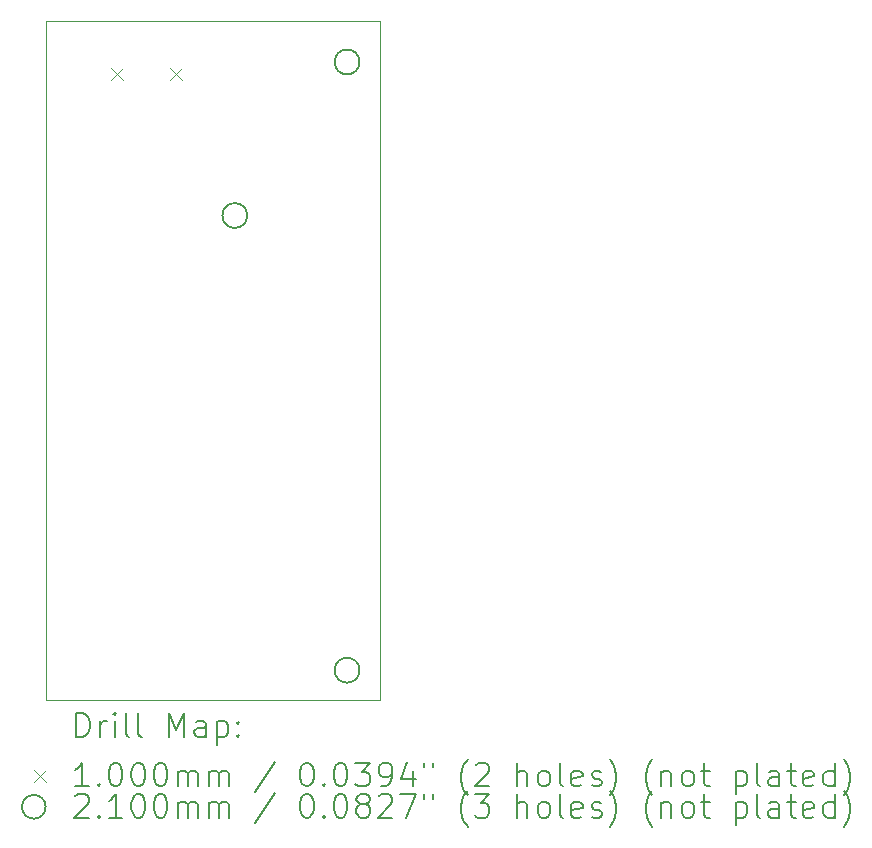
<source format=gbr>
%TF.GenerationSoftware,KiCad,Pcbnew,9.0.2*%
%TF.CreationDate,2025-06-24T11:01:34+02:00*%
%TF.ProjectId,SenseMatePCB,53656e73-654d-4617-9465-5043422e6b69,rev?*%
%TF.SameCoordinates,Original*%
%TF.FileFunction,Drillmap*%
%TF.FilePolarity,Positive*%
%FSLAX45Y45*%
G04 Gerber Fmt 4.5, Leading zero omitted, Abs format (unit mm)*
G04 Created by KiCad (PCBNEW 9.0.2) date 2025-06-24 11:01:34*
%MOMM*%
%LPD*%
G01*
G04 APERTURE LIST*
%ADD10C,0.050000*%
%ADD11C,0.200000*%
%ADD12C,0.100000*%
%ADD13C,0.210000*%
G04 APERTURE END LIST*
D10*
X9300000Y-11250000D02*
X12125000Y-11250000D01*
X12125000Y-11250000D02*
X12125000Y-5500000D01*
X12125000Y-5500000D02*
X9300000Y-5500000D01*
X9300000Y-11250000D02*
X9300000Y-5500000D01*
D11*
D12*
X9850000Y-5900000D02*
X9950000Y-6000000D01*
X9950000Y-5900000D02*
X9850000Y-6000000D01*
X10350000Y-5900000D02*
X10450000Y-6000000D01*
X10450000Y-5900000D02*
X10350000Y-6000000D01*
D13*
X11005000Y-7150000D02*
G75*
G02*
X10795000Y-7150000I-105000J0D01*
G01*
X10795000Y-7150000D02*
G75*
G02*
X11005000Y-7150000I105000J0D01*
G01*
X11955000Y-5850000D02*
G75*
G02*
X11745000Y-5850000I-105000J0D01*
G01*
X11745000Y-5850000D02*
G75*
G02*
X11955000Y-5850000I105000J0D01*
G01*
X11955000Y-11000000D02*
G75*
G02*
X11745000Y-11000000I-105000J0D01*
G01*
X11745000Y-11000000D02*
G75*
G02*
X11955000Y-11000000I105000J0D01*
G01*
D11*
X9558277Y-11563984D02*
X9558277Y-11363984D01*
X9558277Y-11363984D02*
X9605896Y-11363984D01*
X9605896Y-11363984D02*
X9634467Y-11373508D01*
X9634467Y-11373508D02*
X9653515Y-11392555D01*
X9653515Y-11392555D02*
X9663039Y-11411603D01*
X9663039Y-11411603D02*
X9672563Y-11449698D01*
X9672563Y-11449698D02*
X9672563Y-11478269D01*
X9672563Y-11478269D02*
X9663039Y-11516365D01*
X9663039Y-11516365D02*
X9653515Y-11535412D01*
X9653515Y-11535412D02*
X9634467Y-11554460D01*
X9634467Y-11554460D02*
X9605896Y-11563984D01*
X9605896Y-11563984D02*
X9558277Y-11563984D01*
X9758277Y-11563984D02*
X9758277Y-11430650D01*
X9758277Y-11468746D02*
X9767801Y-11449698D01*
X9767801Y-11449698D02*
X9777324Y-11440174D01*
X9777324Y-11440174D02*
X9796372Y-11430650D01*
X9796372Y-11430650D02*
X9815420Y-11430650D01*
X9882086Y-11563984D02*
X9882086Y-11430650D01*
X9882086Y-11363984D02*
X9872563Y-11373508D01*
X9872563Y-11373508D02*
X9882086Y-11383031D01*
X9882086Y-11383031D02*
X9891610Y-11373508D01*
X9891610Y-11373508D02*
X9882086Y-11363984D01*
X9882086Y-11363984D02*
X9882086Y-11383031D01*
X10005896Y-11563984D02*
X9986848Y-11554460D01*
X9986848Y-11554460D02*
X9977324Y-11535412D01*
X9977324Y-11535412D02*
X9977324Y-11363984D01*
X10110658Y-11563984D02*
X10091610Y-11554460D01*
X10091610Y-11554460D02*
X10082086Y-11535412D01*
X10082086Y-11535412D02*
X10082086Y-11363984D01*
X10339229Y-11563984D02*
X10339229Y-11363984D01*
X10339229Y-11363984D02*
X10405896Y-11506841D01*
X10405896Y-11506841D02*
X10472563Y-11363984D01*
X10472563Y-11363984D02*
X10472563Y-11563984D01*
X10653515Y-11563984D02*
X10653515Y-11459222D01*
X10653515Y-11459222D02*
X10643991Y-11440174D01*
X10643991Y-11440174D02*
X10624944Y-11430650D01*
X10624944Y-11430650D02*
X10586848Y-11430650D01*
X10586848Y-11430650D02*
X10567801Y-11440174D01*
X10653515Y-11554460D02*
X10634467Y-11563984D01*
X10634467Y-11563984D02*
X10586848Y-11563984D01*
X10586848Y-11563984D02*
X10567801Y-11554460D01*
X10567801Y-11554460D02*
X10558277Y-11535412D01*
X10558277Y-11535412D02*
X10558277Y-11516365D01*
X10558277Y-11516365D02*
X10567801Y-11497317D01*
X10567801Y-11497317D02*
X10586848Y-11487793D01*
X10586848Y-11487793D02*
X10634467Y-11487793D01*
X10634467Y-11487793D02*
X10653515Y-11478269D01*
X10748753Y-11430650D02*
X10748753Y-11630650D01*
X10748753Y-11440174D02*
X10767801Y-11430650D01*
X10767801Y-11430650D02*
X10805896Y-11430650D01*
X10805896Y-11430650D02*
X10824944Y-11440174D01*
X10824944Y-11440174D02*
X10834467Y-11449698D01*
X10834467Y-11449698D02*
X10843991Y-11468746D01*
X10843991Y-11468746D02*
X10843991Y-11525888D01*
X10843991Y-11525888D02*
X10834467Y-11544936D01*
X10834467Y-11544936D02*
X10824944Y-11554460D01*
X10824944Y-11554460D02*
X10805896Y-11563984D01*
X10805896Y-11563984D02*
X10767801Y-11563984D01*
X10767801Y-11563984D02*
X10748753Y-11554460D01*
X10929705Y-11544936D02*
X10939229Y-11554460D01*
X10939229Y-11554460D02*
X10929705Y-11563984D01*
X10929705Y-11563984D02*
X10920182Y-11554460D01*
X10920182Y-11554460D02*
X10929705Y-11544936D01*
X10929705Y-11544936D02*
X10929705Y-11563984D01*
X10929705Y-11440174D02*
X10939229Y-11449698D01*
X10939229Y-11449698D02*
X10929705Y-11459222D01*
X10929705Y-11459222D02*
X10920182Y-11449698D01*
X10920182Y-11449698D02*
X10929705Y-11440174D01*
X10929705Y-11440174D02*
X10929705Y-11459222D01*
D12*
X9197500Y-11842500D02*
X9297500Y-11942500D01*
X9297500Y-11842500D02*
X9197500Y-11942500D01*
D11*
X9663039Y-11983984D02*
X9548753Y-11983984D01*
X9605896Y-11983984D02*
X9605896Y-11783984D01*
X9605896Y-11783984D02*
X9586848Y-11812555D01*
X9586848Y-11812555D02*
X9567801Y-11831603D01*
X9567801Y-11831603D02*
X9548753Y-11841127D01*
X9748753Y-11964936D02*
X9758277Y-11974460D01*
X9758277Y-11974460D02*
X9748753Y-11983984D01*
X9748753Y-11983984D02*
X9739229Y-11974460D01*
X9739229Y-11974460D02*
X9748753Y-11964936D01*
X9748753Y-11964936D02*
X9748753Y-11983984D01*
X9882086Y-11783984D02*
X9901134Y-11783984D01*
X9901134Y-11783984D02*
X9920182Y-11793508D01*
X9920182Y-11793508D02*
X9929705Y-11803031D01*
X9929705Y-11803031D02*
X9939229Y-11822079D01*
X9939229Y-11822079D02*
X9948753Y-11860174D01*
X9948753Y-11860174D02*
X9948753Y-11907793D01*
X9948753Y-11907793D02*
X9939229Y-11945888D01*
X9939229Y-11945888D02*
X9929705Y-11964936D01*
X9929705Y-11964936D02*
X9920182Y-11974460D01*
X9920182Y-11974460D02*
X9901134Y-11983984D01*
X9901134Y-11983984D02*
X9882086Y-11983984D01*
X9882086Y-11983984D02*
X9863039Y-11974460D01*
X9863039Y-11974460D02*
X9853515Y-11964936D01*
X9853515Y-11964936D02*
X9843991Y-11945888D01*
X9843991Y-11945888D02*
X9834467Y-11907793D01*
X9834467Y-11907793D02*
X9834467Y-11860174D01*
X9834467Y-11860174D02*
X9843991Y-11822079D01*
X9843991Y-11822079D02*
X9853515Y-11803031D01*
X9853515Y-11803031D02*
X9863039Y-11793508D01*
X9863039Y-11793508D02*
X9882086Y-11783984D01*
X10072563Y-11783984D02*
X10091610Y-11783984D01*
X10091610Y-11783984D02*
X10110658Y-11793508D01*
X10110658Y-11793508D02*
X10120182Y-11803031D01*
X10120182Y-11803031D02*
X10129705Y-11822079D01*
X10129705Y-11822079D02*
X10139229Y-11860174D01*
X10139229Y-11860174D02*
X10139229Y-11907793D01*
X10139229Y-11907793D02*
X10129705Y-11945888D01*
X10129705Y-11945888D02*
X10120182Y-11964936D01*
X10120182Y-11964936D02*
X10110658Y-11974460D01*
X10110658Y-11974460D02*
X10091610Y-11983984D01*
X10091610Y-11983984D02*
X10072563Y-11983984D01*
X10072563Y-11983984D02*
X10053515Y-11974460D01*
X10053515Y-11974460D02*
X10043991Y-11964936D01*
X10043991Y-11964936D02*
X10034467Y-11945888D01*
X10034467Y-11945888D02*
X10024944Y-11907793D01*
X10024944Y-11907793D02*
X10024944Y-11860174D01*
X10024944Y-11860174D02*
X10034467Y-11822079D01*
X10034467Y-11822079D02*
X10043991Y-11803031D01*
X10043991Y-11803031D02*
X10053515Y-11793508D01*
X10053515Y-11793508D02*
X10072563Y-11783984D01*
X10263039Y-11783984D02*
X10282086Y-11783984D01*
X10282086Y-11783984D02*
X10301134Y-11793508D01*
X10301134Y-11793508D02*
X10310658Y-11803031D01*
X10310658Y-11803031D02*
X10320182Y-11822079D01*
X10320182Y-11822079D02*
X10329705Y-11860174D01*
X10329705Y-11860174D02*
X10329705Y-11907793D01*
X10329705Y-11907793D02*
X10320182Y-11945888D01*
X10320182Y-11945888D02*
X10310658Y-11964936D01*
X10310658Y-11964936D02*
X10301134Y-11974460D01*
X10301134Y-11974460D02*
X10282086Y-11983984D01*
X10282086Y-11983984D02*
X10263039Y-11983984D01*
X10263039Y-11983984D02*
X10243991Y-11974460D01*
X10243991Y-11974460D02*
X10234467Y-11964936D01*
X10234467Y-11964936D02*
X10224944Y-11945888D01*
X10224944Y-11945888D02*
X10215420Y-11907793D01*
X10215420Y-11907793D02*
X10215420Y-11860174D01*
X10215420Y-11860174D02*
X10224944Y-11822079D01*
X10224944Y-11822079D02*
X10234467Y-11803031D01*
X10234467Y-11803031D02*
X10243991Y-11793508D01*
X10243991Y-11793508D02*
X10263039Y-11783984D01*
X10415420Y-11983984D02*
X10415420Y-11850650D01*
X10415420Y-11869698D02*
X10424944Y-11860174D01*
X10424944Y-11860174D02*
X10443991Y-11850650D01*
X10443991Y-11850650D02*
X10472563Y-11850650D01*
X10472563Y-11850650D02*
X10491610Y-11860174D01*
X10491610Y-11860174D02*
X10501134Y-11879222D01*
X10501134Y-11879222D02*
X10501134Y-11983984D01*
X10501134Y-11879222D02*
X10510658Y-11860174D01*
X10510658Y-11860174D02*
X10529705Y-11850650D01*
X10529705Y-11850650D02*
X10558277Y-11850650D01*
X10558277Y-11850650D02*
X10577325Y-11860174D01*
X10577325Y-11860174D02*
X10586848Y-11879222D01*
X10586848Y-11879222D02*
X10586848Y-11983984D01*
X10682086Y-11983984D02*
X10682086Y-11850650D01*
X10682086Y-11869698D02*
X10691610Y-11860174D01*
X10691610Y-11860174D02*
X10710658Y-11850650D01*
X10710658Y-11850650D02*
X10739229Y-11850650D01*
X10739229Y-11850650D02*
X10758277Y-11860174D01*
X10758277Y-11860174D02*
X10767801Y-11879222D01*
X10767801Y-11879222D02*
X10767801Y-11983984D01*
X10767801Y-11879222D02*
X10777325Y-11860174D01*
X10777325Y-11860174D02*
X10796372Y-11850650D01*
X10796372Y-11850650D02*
X10824944Y-11850650D01*
X10824944Y-11850650D02*
X10843991Y-11860174D01*
X10843991Y-11860174D02*
X10853515Y-11879222D01*
X10853515Y-11879222D02*
X10853515Y-11983984D01*
X11243991Y-11774460D02*
X11072563Y-12031603D01*
X11501134Y-11783984D02*
X11520182Y-11783984D01*
X11520182Y-11783984D02*
X11539229Y-11793508D01*
X11539229Y-11793508D02*
X11548753Y-11803031D01*
X11548753Y-11803031D02*
X11558277Y-11822079D01*
X11558277Y-11822079D02*
X11567801Y-11860174D01*
X11567801Y-11860174D02*
X11567801Y-11907793D01*
X11567801Y-11907793D02*
X11558277Y-11945888D01*
X11558277Y-11945888D02*
X11548753Y-11964936D01*
X11548753Y-11964936D02*
X11539229Y-11974460D01*
X11539229Y-11974460D02*
X11520182Y-11983984D01*
X11520182Y-11983984D02*
X11501134Y-11983984D01*
X11501134Y-11983984D02*
X11482086Y-11974460D01*
X11482086Y-11974460D02*
X11472563Y-11964936D01*
X11472563Y-11964936D02*
X11463039Y-11945888D01*
X11463039Y-11945888D02*
X11453515Y-11907793D01*
X11453515Y-11907793D02*
X11453515Y-11860174D01*
X11453515Y-11860174D02*
X11463039Y-11822079D01*
X11463039Y-11822079D02*
X11472563Y-11803031D01*
X11472563Y-11803031D02*
X11482086Y-11793508D01*
X11482086Y-11793508D02*
X11501134Y-11783984D01*
X11653515Y-11964936D02*
X11663039Y-11974460D01*
X11663039Y-11974460D02*
X11653515Y-11983984D01*
X11653515Y-11983984D02*
X11643991Y-11974460D01*
X11643991Y-11974460D02*
X11653515Y-11964936D01*
X11653515Y-11964936D02*
X11653515Y-11983984D01*
X11786848Y-11783984D02*
X11805896Y-11783984D01*
X11805896Y-11783984D02*
X11824944Y-11793508D01*
X11824944Y-11793508D02*
X11834467Y-11803031D01*
X11834467Y-11803031D02*
X11843991Y-11822079D01*
X11843991Y-11822079D02*
X11853515Y-11860174D01*
X11853515Y-11860174D02*
X11853515Y-11907793D01*
X11853515Y-11907793D02*
X11843991Y-11945888D01*
X11843991Y-11945888D02*
X11834467Y-11964936D01*
X11834467Y-11964936D02*
X11824944Y-11974460D01*
X11824944Y-11974460D02*
X11805896Y-11983984D01*
X11805896Y-11983984D02*
X11786848Y-11983984D01*
X11786848Y-11983984D02*
X11767801Y-11974460D01*
X11767801Y-11974460D02*
X11758277Y-11964936D01*
X11758277Y-11964936D02*
X11748753Y-11945888D01*
X11748753Y-11945888D02*
X11739229Y-11907793D01*
X11739229Y-11907793D02*
X11739229Y-11860174D01*
X11739229Y-11860174D02*
X11748753Y-11822079D01*
X11748753Y-11822079D02*
X11758277Y-11803031D01*
X11758277Y-11803031D02*
X11767801Y-11793508D01*
X11767801Y-11793508D02*
X11786848Y-11783984D01*
X11920182Y-11783984D02*
X12043991Y-11783984D01*
X12043991Y-11783984D02*
X11977325Y-11860174D01*
X11977325Y-11860174D02*
X12005896Y-11860174D01*
X12005896Y-11860174D02*
X12024944Y-11869698D01*
X12024944Y-11869698D02*
X12034467Y-11879222D01*
X12034467Y-11879222D02*
X12043991Y-11898269D01*
X12043991Y-11898269D02*
X12043991Y-11945888D01*
X12043991Y-11945888D02*
X12034467Y-11964936D01*
X12034467Y-11964936D02*
X12024944Y-11974460D01*
X12024944Y-11974460D02*
X12005896Y-11983984D01*
X12005896Y-11983984D02*
X11948753Y-11983984D01*
X11948753Y-11983984D02*
X11929706Y-11974460D01*
X11929706Y-11974460D02*
X11920182Y-11964936D01*
X12139229Y-11983984D02*
X12177325Y-11983984D01*
X12177325Y-11983984D02*
X12196372Y-11974460D01*
X12196372Y-11974460D02*
X12205896Y-11964936D01*
X12205896Y-11964936D02*
X12224944Y-11936365D01*
X12224944Y-11936365D02*
X12234467Y-11898269D01*
X12234467Y-11898269D02*
X12234467Y-11822079D01*
X12234467Y-11822079D02*
X12224944Y-11803031D01*
X12224944Y-11803031D02*
X12215420Y-11793508D01*
X12215420Y-11793508D02*
X12196372Y-11783984D01*
X12196372Y-11783984D02*
X12158277Y-11783984D01*
X12158277Y-11783984D02*
X12139229Y-11793508D01*
X12139229Y-11793508D02*
X12129706Y-11803031D01*
X12129706Y-11803031D02*
X12120182Y-11822079D01*
X12120182Y-11822079D02*
X12120182Y-11869698D01*
X12120182Y-11869698D02*
X12129706Y-11888746D01*
X12129706Y-11888746D02*
X12139229Y-11898269D01*
X12139229Y-11898269D02*
X12158277Y-11907793D01*
X12158277Y-11907793D02*
X12196372Y-11907793D01*
X12196372Y-11907793D02*
X12215420Y-11898269D01*
X12215420Y-11898269D02*
X12224944Y-11888746D01*
X12224944Y-11888746D02*
X12234467Y-11869698D01*
X12405896Y-11850650D02*
X12405896Y-11983984D01*
X12358277Y-11774460D02*
X12310658Y-11917317D01*
X12310658Y-11917317D02*
X12434467Y-11917317D01*
X12501134Y-11783984D02*
X12501134Y-11822079D01*
X12577325Y-11783984D02*
X12577325Y-11822079D01*
X12872563Y-12060174D02*
X12863039Y-12050650D01*
X12863039Y-12050650D02*
X12843991Y-12022079D01*
X12843991Y-12022079D02*
X12834468Y-12003031D01*
X12834468Y-12003031D02*
X12824944Y-11974460D01*
X12824944Y-11974460D02*
X12815420Y-11926841D01*
X12815420Y-11926841D02*
X12815420Y-11888746D01*
X12815420Y-11888746D02*
X12824944Y-11841127D01*
X12824944Y-11841127D02*
X12834468Y-11812555D01*
X12834468Y-11812555D02*
X12843991Y-11793508D01*
X12843991Y-11793508D02*
X12863039Y-11764936D01*
X12863039Y-11764936D02*
X12872563Y-11755412D01*
X12939229Y-11803031D02*
X12948753Y-11793508D01*
X12948753Y-11793508D02*
X12967801Y-11783984D01*
X12967801Y-11783984D02*
X13015420Y-11783984D01*
X13015420Y-11783984D02*
X13034468Y-11793508D01*
X13034468Y-11793508D02*
X13043991Y-11803031D01*
X13043991Y-11803031D02*
X13053515Y-11822079D01*
X13053515Y-11822079D02*
X13053515Y-11841127D01*
X13053515Y-11841127D02*
X13043991Y-11869698D01*
X13043991Y-11869698D02*
X12929706Y-11983984D01*
X12929706Y-11983984D02*
X13053515Y-11983984D01*
X13291610Y-11983984D02*
X13291610Y-11783984D01*
X13377325Y-11983984D02*
X13377325Y-11879222D01*
X13377325Y-11879222D02*
X13367801Y-11860174D01*
X13367801Y-11860174D02*
X13348753Y-11850650D01*
X13348753Y-11850650D02*
X13320182Y-11850650D01*
X13320182Y-11850650D02*
X13301134Y-11860174D01*
X13301134Y-11860174D02*
X13291610Y-11869698D01*
X13501134Y-11983984D02*
X13482087Y-11974460D01*
X13482087Y-11974460D02*
X13472563Y-11964936D01*
X13472563Y-11964936D02*
X13463039Y-11945888D01*
X13463039Y-11945888D02*
X13463039Y-11888746D01*
X13463039Y-11888746D02*
X13472563Y-11869698D01*
X13472563Y-11869698D02*
X13482087Y-11860174D01*
X13482087Y-11860174D02*
X13501134Y-11850650D01*
X13501134Y-11850650D02*
X13529706Y-11850650D01*
X13529706Y-11850650D02*
X13548753Y-11860174D01*
X13548753Y-11860174D02*
X13558277Y-11869698D01*
X13558277Y-11869698D02*
X13567801Y-11888746D01*
X13567801Y-11888746D02*
X13567801Y-11945888D01*
X13567801Y-11945888D02*
X13558277Y-11964936D01*
X13558277Y-11964936D02*
X13548753Y-11974460D01*
X13548753Y-11974460D02*
X13529706Y-11983984D01*
X13529706Y-11983984D02*
X13501134Y-11983984D01*
X13682087Y-11983984D02*
X13663039Y-11974460D01*
X13663039Y-11974460D02*
X13653515Y-11955412D01*
X13653515Y-11955412D02*
X13653515Y-11783984D01*
X13834468Y-11974460D02*
X13815420Y-11983984D01*
X13815420Y-11983984D02*
X13777325Y-11983984D01*
X13777325Y-11983984D02*
X13758277Y-11974460D01*
X13758277Y-11974460D02*
X13748753Y-11955412D01*
X13748753Y-11955412D02*
X13748753Y-11879222D01*
X13748753Y-11879222D02*
X13758277Y-11860174D01*
X13758277Y-11860174D02*
X13777325Y-11850650D01*
X13777325Y-11850650D02*
X13815420Y-11850650D01*
X13815420Y-11850650D02*
X13834468Y-11860174D01*
X13834468Y-11860174D02*
X13843991Y-11879222D01*
X13843991Y-11879222D02*
X13843991Y-11898269D01*
X13843991Y-11898269D02*
X13748753Y-11917317D01*
X13920182Y-11974460D02*
X13939230Y-11983984D01*
X13939230Y-11983984D02*
X13977325Y-11983984D01*
X13977325Y-11983984D02*
X13996372Y-11974460D01*
X13996372Y-11974460D02*
X14005896Y-11955412D01*
X14005896Y-11955412D02*
X14005896Y-11945888D01*
X14005896Y-11945888D02*
X13996372Y-11926841D01*
X13996372Y-11926841D02*
X13977325Y-11917317D01*
X13977325Y-11917317D02*
X13948753Y-11917317D01*
X13948753Y-11917317D02*
X13929706Y-11907793D01*
X13929706Y-11907793D02*
X13920182Y-11888746D01*
X13920182Y-11888746D02*
X13920182Y-11879222D01*
X13920182Y-11879222D02*
X13929706Y-11860174D01*
X13929706Y-11860174D02*
X13948753Y-11850650D01*
X13948753Y-11850650D02*
X13977325Y-11850650D01*
X13977325Y-11850650D02*
X13996372Y-11860174D01*
X14072563Y-12060174D02*
X14082087Y-12050650D01*
X14082087Y-12050650D02*
X14101134Y-12022079D01*
X14101134Y-12022079D02*
X14110658Y-12003031D01*
X14110658Y-12003031D02*
X14120182Y-11974460D01*
X14120182Y-11974460D02*
X14129706Y-11926841D01*
X14129706Y-11926841D02*
X14129706Y-11888746D01*
X14129706Y-11888746D02*
X14120182Y-11841127D01*
X14120182Y-11841127D02*
X14110658Y-11812555D01*
X14110658Y-11812555D02*
X14101134Y-11793508D01*
X14101134Y-11793508D02*
X14082087Y-11764936D01*
X14082087Y-11764936D02*
X14072563Y-11755412D01*
X14434468Y-12060174D02*
X14424944Y-12050650D01*
X14424944Y-12050650D02*
X14405896Y-12022079D01*
X14405896Y-12022079D02*
X14396372Y-12003031D01*
X14396372Y-12003031D02*
X14386849Y-11974460D01*
X14386849Y-11974460D02*
X14377325Y-11926841D01*
X14377325Y-11926841D02*
X14377325Y-11888746D01*
X14377325Y-11888746D02*
X14386849Y-11841127D01*
X14386849Y-11841127D02*
X14396372Y-11812555D01*
X14396372Y-11812555D02*
X14405896Y-11793508D01*
X14405896Y-11793508D02*
X14424944Y-11764936D01*
X14424944Y-11764936D02*
X14434468Y-11755412D01*
X14510658Y-11850650D02*
X14510658Y-11983984D01*
X14510658Y-11869698D02*
X14520182Y-11860174D01*
X14520182Y-11860174D02*
X14539230Y-11850650D01*
X14539230Y-11850650D02*
X14567801Y-11850650D01*
X14567801Y-11850650D02*
X14586849Y-11860174D01*
X14586849Y-11860174D02*
X14596372Y-11879222D01*
X14596372Y-11879222D02*
X14596372Y-11983984D01*
X14720182Y-11983984D02*
X14701134Y-11974460D01*
X14701134Y-11974460D02*
X14691611Y-11964936D01*
X14691611Y-11964936D02*
X14682087Y-11945888D01*
X14682087Y-11945888D02*
X14682087Y-11888746D01*
X14682087Y-11888746D02*
X14691611Y-11869698D01*
X14691611Y-11869698D02*
X14701134Y-11860174D01*
X14701134Y-11860174D02*
X14720182Y-11850650D01*
X14720182Y-11850650D02*
X14748753Y-11850650D01*
X14748753Y-11850650D02*
X14767801Y-11860174D01*
X14767801Y-11860174D02*
X14777325Y-11869698D01*
X14777325Y-11869698D02*
X14786849Y-11888746D01*
X14786849Y-11888746D02*
X14786849Y-11945888D01*
X14786849Y-11945888D02*
X14777325Y-11964936D01*
X14777325Y-11964936D02*
X14767801Y-11974460D01*
X14767801Y-11974460D02*
X14748753Y-11983984D01*
X14748753Y-11983984D02*
X14720182Y-11983984D01*
X14843992Y-11850650D02*
X14920182Y-11850650D01*
X14872563Y-11783984D02*
X14872563Y-11955412D01*
X14872563Y-11955412D02*
X14882087Y-11974460D01*
X14882087Y-11974460D02*
X14901134Y-11983984D01*
X14901134Y-11983984D02*
X14920182Y-11983984D01*
X15139230Y-11850650D02*
X15139230Y-12050650D01*
X15139230Y-11860174D02*
X15158277Y-11850650D01*
X15158277Y-11850650D02*
X15196373Y-11850650D01*
X15196373Y-11850650D02*
X15215420Y-11860174D01*
X15215420Y-11860174D02*
X15224944Y-11869698D01*
X15224944Y-11869698D02*
X15234468Y-11888746D01*
X15234468Y-11888746D02*
X15234468Y-11945888D01*
X15234468Y-11945888D02*
X15224944Y-11964936D01*
X15224944Y-11964936D02*
X15215420Y-11974460D01*
X15215420Y-11974460D02*
X15196373Y-11983984D01*
X15196373Y-11983984D02*
X15158277Y-11983984D01*
X15158277Y-11983984D02*
X15139230Y-11974460D01*
X15348753Y-11983984D02*
X15329706Y-11974460D01*
X15329706Y-11974460D02*
X15320182Y-11955412D01*
X15320182Y-11955412D02*
X15320182Y-11783984D01*
X15510658Y-11983984D02*
X15510658Y-11879222D01*
X15510658Y-11879222D02*
X15501134Y-11860174D01*
X15501134Y-11860174D02*
X15482087Y-11850650D01*
X15482087Y-11850650D02*
X15443992Y-11850650D01*
X15443992Y-11850650D02*
X15424944Y-11860174D01*
X15510658Y-11974460D02*
X15491611Y-11983984D01*
X15491611Y-11983984D02*
X15443992Y-11983984D01*
X15443992Y-11983984D02*
X15424944Y-11974460D01*
X15424944Y-11974460D02*
X15415420Y-11955412D01*
X15415420Y-11955412D02*
X15415420Y-11936365D01*
X15415420Y-11936365D02*
X15424944Y-11917317D01*
X15424944Y-11917317D02*
X15443992Y-11907793D01*
X15443992Y-11907793D02*
X15491611Y-11907793D01*
X15491611Y-11907793D02*
X15510658Y-11898269D01*
X15577325Y-11850650D02*
X15653515Y-11850650D01*
X15605896Y-11783984D02*
X15605896Y-11955412D01*
X15605896Y-11955412D02*
X15615420Y-11974460D01*
X15615420Y-11974460D02*
X15634468Y-11983984D01*
X15634468Y-11983984D02*
X15653515Y-11983984D01*
X15796373Y-11974460D02*
X15777325Y-11983984D01*
X15777325Y-11983984D02*
X15739230Y-11983984D01*
X15739230Y-11983984D02*
X15720182Y-11974460D01*
X15720182Y-11974460D02*
X15710658Y-11955412D01*
X15710658Y-11955412D02*
X15710658Y-11879222D01*
X15710658Y-11879222D02*
X15720182Y-11860174D01*
X15720182Y-11860174D02*
X15739230Y-11850650D01*
X15739230Y-11850650D02*
X15777325Y-11850650D01*
X15777325Y-11850650D02*
X15796373Y-11860174D01*
X15796373Y-11860174D02*
X15805896Y-11879222D01*
X15805896Y-11879222D02*
X15805896Y-11898269D01*
X15805896Y-11898269D02*
X15710658Y-11917317D01*
X15977325Y-11983984D02*
X15977325Y-11783984D01*
X15977325Y-11974460D02*
X15958277Y-11983984D01*
X15958277Y-11983984D02*
X15920182Y-11983984D01*
X15920182Y-11983984D02*
X15901134Y-11974460D01*
X15901134Y-11974460D02*
X15891611Y-11964936D01*
X15891611Y-11964936D02*
X15882087Y-11945888D01*
X15882087Y-11945888D02*
X15882087Y-11888746D01*
X15882087Y-11888746D02*
X15891611Y-11869698D01*
X15891611Y-11869698D02*
X15901134Y-11860174D01*
X15901134Y-11860174D02*
X15920182Y-11850650D01*
X15920182Y-11850650D02*
X15958277Y-11850650D01*
X15958277Y-11850650D02*
X15977325Y-11860174D01*
X16053515Y-12060174D02*
X16063039Y-12050650D01*
X16063039Y-12050650D02*
X16082087Y-12022079D01*
X16082087Y-12022079D02*
X16091611Y-12003031D01*
X16091611Y-12003031D02*
X16101134Y-11974460D01*
X16101134Y-11974460D02*
X16110658Y-11926841D01*
X16110658Y-11926841D02*
X16110658Y-11888746D01*
X16110658Y-11888746D02*
X16101134Y-11841127D01*
X16101134Y-11841127D02*
X16091611Y-11812555D01*
X16091611Y-11812555D02*
X16082087Y-11793508D01*
X16082087Y-11793508D02*
X16063039Y-11764936D01*
X16063039Y-11764936D02*
X16053515Y-11755412D01*
X9297500Y-12156500D02*
G75*
G02*
X9097500Y-12156500I-100000J0D01*
G01*
X9097500Y-12156500D02*
G75*
G02*
X9297500Y-12156500I100000J0D01*
G01*
X9548753Y-12067031D02*
X9558277Y-12057508D01*
X9558277Y-12057508D02*
X9577324Y-12047984D01*
X9577324Y-12047984D02*
X9624944Y-12047984D01*
X9624944Y-12047984D02*
X9643991Y-12057508D01*
X9643991Y-12057508D02*
X9653515Y-12067031D01*
X9653515Y-12067031D02*
X9663039Y-12086079D01*
X9663039Y-12086079D02*
X9663039Y-12105127D01*
X9663039Y-12105127D02*
X9653515Y-12133698D01*
X9653515Y-12133698D02*
X9539229Y-12247984D01*
X9539229Y-12247984D02*
X9663039Y-12247984D01*
X9748753Y-12228936D02*
X9758277Y-12238460D01*
X9758277Y-12238460D02*
X9748753Y-12247984D01*
X9748753Y-12247984D02*
X9739229Y-12238460D01*
X9739229Y-12238460D02*
X9748753Y-12228936D01*
X9748753Y-12228936D02*
X9748753Y-12247984D01*
X9948753Y-12247984D02*
X9834467Y-12247984D01*
X9891610Y-12247984D02*
X9891610Y-12047984D01*
X9891610Y-12047984D02*
X9872563Y-12076555D01*
X9872563Y-12076555D02*
X9853515Y-12095603D01*
X9853515Y-12095603D02*
X9834467Y-12105127D01*
X10072563Y-12047984D02*
X10091610Y-12047984D01*
X10091610Y-12047984D02*
X10110658Y-12057508D01*
X10110658Y-12057508D02*
X10120182Y-12067031D01*
X10120182Y-12067031D02*
X10129705Y-12086079D01*
X10129705Y-12086079D02*
X10139229Y-12124174D01*
X10139229Y-12124174D02*
X10139229Y-12171793D01*
X10139229Y-12171793D02*
X10129705Y-12209888D01*
X10129705Y-12209888D02*
X10120182Y-12228936D01*
X10120182Y-12228936D02*
X10110658Y-12238460D01*
X10110658Y-12238460D02*
X10091610Y-12247984D01*
X10091610Y-12247984D02*
X10072563Y-12247984D01*
X10072563Y-12247984D02*
X10053515Y-12238460D01*
X10053515Y-12238460D02*
X10043991Y-12228936D01*
X10043991Y-12228936D02*
X10034467Y-12209888D01*
X10034467Y-12209888D02*
X10024944Y-12171793D01*
X10024944Y-12171793D02*
X10024944Y-12124174D01*
X10024944Y-12124174D02*
X10034467Y-12086079D01*
X10034467Y-12086079D02*
X10043991Y-12067031D01*
X10043991Y-12067031D02*
X10053515Y-12057508D01*
X10053515Y-12057508D02*
X10072563Y-12047984D01*
X10263039Y-12047984D02*
X10282086Y-12047984D01*
X10282086Y-12047984D02*
X10301134Y-12057508D01*
X10301134Y-12057508D02*
X10310658Y-12067031D01*
X10310658Y-12067031D02*
X10320182Y-12086079D01*
X10320182Y-12086079D02*
X10329705Y-12124174D01*
X10329705Y-12124174D02*
X10329705Y-12171793D01*
X10329705Y-12171793D02*
X10320182Y-12209888D01*
X10320182Y-12209888D02*
X10310658Y-12228936D01*
X10310658Y-12228936D02*
X10301134Y-12238460D01*
X10301134Y-12238460D02*
X10282086Y-12247984D01*
X10282086Y-12247984D02*
X10263039Y-12247984D01*
X10263039Y-12247984D02*
X10243991Y-12238460D01*
X10243991Y-12238460D02*
X10234467Y-12228936D01*
X10234467Y-12228936D02*
X10224944Y-12209888D01*
X10224944Y-12209888D02*
X10215420Y-12171793D01*
X10215420Y-12171793D02*
X10215420Y-12124174D01*
X10215420Y-12124174D02*
X10224944Y-12086079D01*
X10224944Y-12086079D02*
X10234467Y-12067031D01*
X10234467Y-12067031D02*
X10243991Y-12057508D01*
X10243991Y-12057508D02*
X10263039Y-12047984D01*
X10415420Y-12247984D02*
X10415420Y-12114650D01*
X10415420Y-12133698D02*
X10424944Y-12124174D01*
X10424944Y-12124174D02*
X10443991Y-12114650D01*
X10443991Y-12114650D02*
X10472563Y-12114650D01*
X10472563Y-12114650D02*
X10491610Y-12124174D01*
X10491610Y-12124174D02*
X10501134Y-12143222D01*
X10501134Y-12143222D02*
X10501134Y-12247984D01*
X10501134Y-12143222D02*
X10510658Y-12124174D01*
X10510658Y-12124174D02*
X10529705Y-12114650D01*
X10529705Y-12114650D02*
X10558277Y-12114650D01*
X10558277Y-12114650D02*
X10577325Y-12124174D01*
X10577325Y-12124174D02*
X10586848Y-12143222D01*
X10586848Y-12143222D02*
X10586848Y-12247984D01*
X10682086Y-12247984D02*
X10682086Y-12114650D01*
X10682086Y-12133698D02*
X10691610Y-12124174D01*
X10691610Y-12124174D02*
X10710658Y-12114650D01*
X10710658Y-12114650D02*
X10739229Y-12114650D01*
X10739229Y-12114650D02*
X10758277Y-12124174D01*
X10758277Y-12124174D02*
X10767801Y-12143222D01*
X10767801Y-12143222D02*
X10767801Y-12247984D01*
X10767801Y-12143222D02*
X10777325Y-12124174D01*
X10777325Y-12124174D02*
X10796372Y-12114650D01*
X10796372Y-12114650D02*
X10824944Y-12114650D01*
X10824944Y-12114650D02*
X10843991Y-12124174D01*
X10843991Y-12124174D02*
X10853515Y-12143222D01*
X10853515Y-12143222D02*
X10853515Y-12247984D01*
X11243991Y-12038460D02*
X11072563Y-12295603D01*
X11501134Y-12047984D02*
X11520182Y-12047984D01*
X11520182Y-12047984D02*
X11539229Y-12057508D01*
X11539229Y-12057508D02*
X11548753Y-12067031D01*
X11548753Y-12067031D02*
X11558277Y-12086079D01*
X11558277Y-12086079D02*
X11567801Y-12124174D01*
X11567801Y-12124174D02*
X11567801Y-12171793D01*
X11567801Y-12171793D02*
X11558277Y-12209888D01*
X11558277Y-12209888D02*
X11548753Y-12228936D01*
X11548753Y-12228936D02*
X11539229Y-12238460D01*
X11539229Y-12238460D02*
X11520182Y-12247984D01*
X11520182Y-12247984D02*
X11501134Y-12247984D01*
X11501134Y-12247984D02*
X11482086Y-12238460D01*
X11482086Y-12238460D02*
X11472563Y-12228936D01*
X11472563Y-12228936D02*
X11463039Y-12209888D01*
X11463039Y-12209888D02*
X11453515Y-12171793D01*
X11453515Y-12171793D02*
X11453515Y-12124174D01*
X11453515Y-12124174D02*
X11463039Y-12086079D01*
X11463039Y-12086079D02*
X11472563Y-12067031D01*
X11472563Y-12067031D02*
X11482086Y-12057508D01*
X11482086Y-12057508D02*
X11501134Y-12047984D01*
X11653515Y-12228936D02*
X11663039Y-12238460D01*
X11663039Y-12238460D02*
X11653515Y-12247984D01*
X11653515Y-12247984D02*
X11643991Y-12238460D01*
X11643991Y-12238460D02*
X11653515Y-12228936D01*
X11653515Y-12228936D02*
X11653515Y-12247984D01*
X11786848Y-12047984D02*
X11805896Y-12047984D01*
X11805896Y-12047984D02*
X11824944Y-12057508D01*
X11824944Y-12057508D02*
X11834467Y-12067031D01*
X11834467Y-12067031D02*
X11843991Y-12086079D01*
X11843991Y-12086079D02*
X11853515Y-12124174D01*
X11853515Y-12124174D02*
X11853515Y-12171793D01*
X11853515Y-12171793D02*
X11843991Y-12209888D01*
X11843991Y-12209888D02*
X11834467Y-12228936D01*
X11834467Y-12228936D02*
X11824944Y-12238460D01*
X11824944Y-12238460D02*
X11805896Y-12247984D01*
X11805896Y-12247984D02*
X11786848Y-12247984D01*
X11786848Y-12247984D02*
X11767801Y-12238460D01*
X11767801Y-12238460D02*
X11758277Y-12228936D01*
X11758277Y-12228936D02*
X11748753Y-12209888D01*
X11748753Y-12209888D02*
X11739229Y-12171793D01*
X11739229Y-12171793D02*
X11739229Y-12124174D01*
X11739229Y-12124174D02*
X11748753Y-12086079D01*
X11748753Y-12086079D02*
X11758277Y-12067031D01*
X11758277Y-12067031D02*
X11767801Y-12057508D01*
X11767801Y-12057508D02*
X11786848Y-12047984D01*
X11967801Y-12133698D02*
X11948753Y-12124174D01*
X11948753Y-12124174D02*
X11939229Y-12114650D01*
X11939229Y-12114650D02*
X11929706Y-12095603D01*
X11929706Y-12095603D02*
X11929706Y-12086079D01*
X11929706Y-12086079D02*
X11939229Y-12067031D01*
X11939229Y-12067031D02*
X11948753Y-12057508D01*
X11948753Y-12057508D02*
X11967801Y-12047984D01*
X11967801Y-12047984D02*
X12005896Y-12047984D01*
X12005896Y-12047984D02*
X12024944Y-12057508D01*
X12024944Y-12057508D02*
X12034467Y-12067031D01*
X12034467Y-12067031D02*
X12043991Y-12086079D01*
X12043991Y-12086079D02*
X12043991Y-12095603D01*
X12043991Y-12095603D02*
X12034467Y-12114650D01*
X12034467Y-12114650D02*
X12024944Y-12124174D01*
X12024944Y-12124174D02*
X12005896Y-12133698D01*
X12005896Y-12133698D02*
X11967801Y-12133698D01*
X11967801Y-12133698D02*
X11948753Y-12143222D01*
X11948753Y-12143222D02*
X11939229Y-12152746D01*
X11939229Y-12152746D02*
X11929706Y-12171793D01*
X11929706Y-12171793D02*
X11929706Y-12209888D01*
X11929706Y-12209888D02*
X11939229Y-12228936D01*
X11939229Y-12228936D02*
X11948753Y-12238460D01*
X11948753Y-12238460D02*
X11967801Y-12247984D01*
X11967801Y-12247984D02*
X12005896Y-12247984D01*
X12005896Y-12247984D02*
X12024944Y-12238460D01*
X12024944Y-12238460D02*
X12034467Y-12228936D01*
X12034467Y-12228936D02*
X12043991Y-12209888D01*
X12043991Y-12209888D02*
X12043991Y-12171793D01*
X12043991Y-12171793D02*
X12034467Y-12152746D01*
X12034467Y-12152746D02*
X12024944Y-12143222D01*
X12024944Y-12143222D02*
X12005896Y-12133698D01*
X12120182Y-12067031D02*
X12129706Y-12057508D01*
X12129706Y-12057508D02*
X12148753Y-12047984D01*
X12148753Y-12047984D02*
X12196372Y-12047984D01*
X12196372Y-12047984D02*
X12215420Y-12057508D01*
X12215420Y-12057508D02*
X12224944Y-12067031D01*
X12224944Y-12067031D02*
X12234467Y-12086079D01*
X12234467Y-12086079D02*
X12234467Y-12105127D01*
X12234467Y-12105127D02*
X12224944Y-12133698D01*
X12224944Y-12133698D02*
X12110658Y-12247984D01*
X12110658Y-12247984D02*
X12234467Y-12247984D01*
X12301134Y-12047984D02*
X12434467Y-12047984D01*
X12434467Y-12047984D02*
X12348753Y-12247984D01*
X12501134Y-12047984D02*
X12501134Y-12086079D01*
X12577325Y-12047984D02*
X12577325Y-12086079D01*
X12872563Y-12324174D02*
X12863039Y-12314650D01*
X12863039Y-12314650D02*
X12843991Y-12286079D01*
X12843991Y-12286079D02*
X12834468Y-12267031D01*
X12834468Y-12267031D02*
X12824944Y-12238460D01*
X12824944Y-12238460D02*
X12815420Y-12190841D01*
X12815420Y-12190841D02*
X12815420Y-12152746D01*
X12815420Y-12152746D02*
X12824944Y-12105127D01*
X12824944Y-12105127D02*
X12834468Y-12076555D01*
X12834468Y-12076555D02*
X12843991Y-12057508D01*
X12843991Y-12057508D02*
X12863039Y-12028936D01*
X12863039Y-12028936D02*
X12872563Y-12019412D01*
X12929706Y-12047984D02*
X13053515Y-12047984D01*
X13053515Y-12047984D02*
X12986848Y-12124174D01*
X12986848Y-12124174D02*
X13015420Y-12124174D01*
X13015420Y-12124174D02*
X13034468Y-12133698D01*
X13034468Y-12133698D02*
X13043991Y-12143222D01*
X13043991Y-12143222D02*
X13053515Y-12162269D01*
X13053515Y-12162269D02*
X13053515Y-12209888D01*
X13053515Y-12209888D02*
X13043991Y-12228936D01*
X13043991Y-12228936D02*
X13034468Y-12238460D01*
X13034468Y-12238460D02*
X13015420Y-12247984D01*
X13015420Y-12247984D02*
X12958277Y-12247984D01*
X12958277Y-12247984D02*
X12939229Y-12238460D01*
X12939229Y-12238460D02*
X12929706Y-12228936D01*
X13291610Y-12247984D02*
X13291610Y-12047984D01*
X13377325Y-12247984D02*
X13377325Y-12143222D01*
X13377325Y-12143222D02*
X13367801Y-12124174D01*
X13367801Y-12124174D02*
X13348753Y-12114650D01*
X13348753Y-12114650D02*
X13320182Y-12114650D01*
X13320182Y-12114650D02*
X13301134Y-12124174D01*
X13301134Y-12124174D02*
X13291610Y-12133698D01*
X13501134Y-12247984D02*
X13482087Y-12238460D01*
X13482087Y-12238460D02*
X13472563Y-12228936D01*
X13472563Y-12228936D02*
X13463039Y-12209888D01*
X13463039Y-12209888D02*
X13463039Y-12152746D01*
X13463039Y-12152746D02*
X13472563Y-12133698D01*
X13472563Y-12133698D02*
X13482087Y-12124174D01*
X13482087Y-12124174D02*
X13501134Y-12114650D01*
X13501134Y-12114650D02*
X13529706Y-12114650D01*
X13529706Y-12114650D02*
X13548753Y-12124174D01*
X13548753Y-12124174D02*
X13558277Y-12133698D01*
X13558277Y-12133698D02*
X13567801Y-12152746D01*
X13567801Y-12152746D02*
X13567801Y-12209888D01*
X13567801Y-12209888D02*
X13558277Y-12228936D01*
X13558277Y-12228936D02*
X13548753Y-12238460D01*
X13548753Y-12238460D02*
X13529706Y-12247984D01*
X13529706Y-12247984D02*
X13501134Y-12247984D01*
X13682087Y-12247984D02*
X13663039Y-12238460D01*
X13663039Y-12238460D02*
X13653515Y-12219412D01*
X13653515Y-12219412D02*
X13653515Y-12047984D01*
X13834468Y-12238460D02*
X13815420Y-12247984D01*
X13815420Y-12247984D02*
X13777325Y-12247984D01*
X13777325Y-12247984D02*
X13758277Y-12238460D01*
X13758277Y-12238460D02*
X13748753Y-12219412D01*
X13748753Y-12219412D02*
X13748753Y-12143222D01*
X13748753Y-12143222D02*
X13758277Y-12124174D01*
X13758277Y-12124174D02*
X13777325Y-12114650D01*
X13777325Y-12114650D02*
X13815420Y-12114650D01*
X13815420Y-12114650D02*
X13834468Y-12124174D01*
X13834468Y-12124174D02*
X13843991Y-12143222D01*
X13843991Y-12143222D02*
X13843991Y-12162269D01*
X13843991Y-12162269D02*
X13748753Y-12181317D01*
X13920182Y-12238460D02*
X13939230Y-12247984D01*
X13939230Y-12247984D02*
X13977325Y-12247984D01*
X13977325Y-12247984D02*
X13996372Y-12238460D01*
X13996372Y-12238460D02*
X14005896Y-12219412D01*
X14005896Y-12219412D02*
X14005896Y-12209888D01*
X14005896Y-12209888D02*
X13996372Y-12190841D01*
X13996372Y-12190841D02*
X13977325Y-12181317D01*
X13977325Y-12181317D02*
X13948753Y-12181317D01*
X13948753Y-12181317D02*
X13929706Y-12171793D01*
X13929706Y-12171793D02*
X13920182Y-12152746D01*
X13920182Y-12152746D02*
X13920182Y-12143222D01*
X13920182Y-12143222D02*
X13929706Y-12124174D01*
X13929706Y-12124174D02*
X13948753Y-12114650D01*
X13948753Y-12114650D02*
X13977325Y-12114650D01*
X13977325Y-12114650D02*
X13996372Y-12124174D01*
X14072563Y-12324174D02*
X14082087Y-12314650D01*
X14082087Y-12314650D02*
X14101134Y-12286079D01*
X14101134Y-12286079D02*
X14110658Y-12267031D01*
X14110658Y-12267031D02*
X14120182Y-12238460D01*
X14120182Y-12238460D02*
X14129706Y-12190841D01*
X14129706Y-12190841D02*
X14129706Y-12152746D01*
X14129706Y-12152746D02*
X14120182Y-12105127D01*
X14120182Y-12105127D02*
X14110658Y-12076555D01*
X14110658Y-12076555D02*
X14101134Y-12057508D01*
X14101134Y-12057508D02*
X14082087Y-12028936D01*
X14082087Y-12028936D02*
X14072563Y-12019412D01*
X14434468Y-12324174D02*
X14424944Y-12314650D01*
X14424944Y-12314650D02*
X14405896Y-12286079D01*
X14405896Y-12286079D02*
X14396372Y-12267031D01*
X14396372Y-12267031D02*
X14386849Y-12238460D01*
X14386849Y-12238460D02*
X14377325Y-12190841D01*
X14377325Y-12190841D02*
X14377325Y-12152746D01*
X14377325Y-12152746D02*
X14386849Y-12105127D01*
X14386849Y-12105127D02*
X14396372Y-12076555D01*
X14396372Y-12076555D02*
X14405896Y-12057508D01*
X14405896Y-12057508D02*
X14424944Y-12028936D01*
X14424944Y-12028936D02*
X14434468Y-12019412D01*
X14510658Y-12114650D02*
X14510658Y-12247984D01*
X14510658Y-12133698D02*
X14520182Y-12124174D01*
X14520182Y-12124174D02*
X14539230Y-12114650D01*
X14539230Y-12114650D02*
X14567801Y-12114650D01*
X14567801Y-12114650D02*
X14586849Y-12124174D01*
X14586849Y-12124174D02*
X14596372Y-12143222D01*
X14596372Y-12143222D02*
X14596372Y-12247984D01*
X14720182Y-12247984D02*
X14701134Y-12238460D01*
X14701134Y-12238460D02*
X14691611Y-12228936D01*
X14691611Y-12228936D02*
X14682087Y-12209888D01*
X14682087Y-12209888D02*
X14682087Y-12152746D01*
X14682087Y-12152746D02*
X14691611Y-12133698D01*
X14691611Y-12133698D02*
X14701134Y-12124174D01*
X14701134Y-12124174D02*
X14720182Y-12114650D01*
X14720182Y-12114650D02*
X14748753Y-12114650D01*
X14748753Y-12114650D02*
X14767801Y-12124174D01*
X14767801Y-12124174D02*
X14777325Y-12133698D01*
X14777325Y-12133698D02*
X14786849Y-12152746D01*
X14786849Y-12152746D02*
X14786849Y-12209888D01*
X14786849Y-12209888D02*
X14777325Y-12228936D01*
X14777325Y-12228936D02*
X14767801Y-12238460D01*
X14767801Y-12238460D02*
X14748753Y-12247984D01*
X14748753Y-12247984D02*
X14720182Y-12247984D01*
X14843992Y-12114650D02*
X14920182Y-12114650D01*
X14872563Y-12047984D02*
X14872563Y-12219412D01*
X14872563Y-12219412D02*
X14882087Y-12238460D01*
X14882087Y-12238460D02*
X14901134Y-12247984D01*
X14901134Y-12247984D02*
X14920182Y-12247984D01*
X15139230Y-12114650D02*
X15139230Y-12314650D01*
X15139230Y-12124174D02*
X15158277Y-12114650D01*
X15158277Y-12114650D02*
X15196373Y-12114650D01*
X15196373Y-12114650D02*
X15215420Y-12124174D01*
X15215420Y-12124174D02*
X15224944Y-12133698D01*
X15224944Y-12133698D02*
X15234468Y-12152746D01*
X15234468Y-12152746D02*
X15234468Y-12209888D01*
X15234468Y-12209888D02*
X15224944Y-12228936D01*
X15224944Y-12228936D02*
X15215420Y-12238460D01*
X15215420Y-12238460D02*
X15196373Y-12247984D01*
X15196373Y-12247984D02*
X15158277Y-12247984D01*
X15158277Y-12247984D02*
X15139230Y-12238460D01*
X15348753Y-12247984D02*
X15329706Y-12238460D01*
X15329706Y-12238460D02*
X15320182Y-12219412D01*
X15320182Y-12219412D02*
X15320182Y-12047984D01*
X15510658Y-12247984D02*
X15510658Y-12143222D01*
X15510658Y-12143222D02*
X15501134Y-12124174D01*
X15501134Y-12124174D02*
X15482087Y-12114650D01*
X15482087Y-12114650D02*
X15443992Y-12114650D01*
X15443992Y-12114650D02*
X15424944Y-12124174D01*
X15510658Y-12238460D02*
X15491611Y-12247984D01*
X15491611Y-12247984D02*
X15443992Y-12247984D01*
X15443992Y-12247984D02*
X15424944Y-12238460D01*
X15424944Y-12238460D02*
X15415420Y-12219412D01*
X15415420Y-12219412D02*
X15415420Y-12200365D01*
X15415420Y-12200365D02*
X15424944Y-12181317D01*
X15424944Y-12181317D02*
X15443992Y-12171793D01*
X15443992Y-12171793D02*
X15491611Y-12171793D01*
X15491611Y-12171793D02*
X15510658Y-12162269D01*
X15577325Y-12114650D02*
X15653515Y-12114650D01*
X15605896Y-12047984D02*
X15605896Y-12219412D01*
X15605896Y-12219412D02*
X15615420Y-12238460D01*
X15615420Y-12238460D02*
X15634468Y-12247984D01*
X15634468Y-12247984D02*
X15653515Y-12247984D01*
X15796373Y-12238460D02*
X15777325Y-12247984D01*
X15777325Y-12247984D02*
X15739230Y-12247984D01*
X15739230Y-12247984D02*
X15720182Y-12238460D01*
X15720182Y-12238460D02*
X15710658Y-12219412D01*
X15710658Y-12219412D02*
X15710658Y-12143222D01*
X15710658Y-12143222D02*
X15720182Y-12124174D01*
X15720182Y-12124174D02*
X15739230Y-12114650D01*
X15739230Y-12114650D02*
X15777325Y-12114650D01*
X15777325Y-12114650D02*
X15796373Y-12124174D01*
X15796373Y-12124174D02*
X15805896Y-12143222D01*
X15805896Y-12143222D02*
X15805896Y-12162269D01*
X15805896Y-12162269D02*
X15710658Y-12181317D01*
X15977325Y-12247984D02*
X15977325Y-12047984D01*
X15977325Y-12238460D02*
X15958277Y-12247984D01*
X15958277Y-12247984D02*
X15920182Y-12247984D01*
X15920182Y-12247984D02*
X15901134Y-12238460D01*
X15901134Y-12238460D02*
X15891611Y-12228936D01*
X15891611Y-12228936D02*
X15882087Y-12209888D01*
X15882087Y-12209888D02*
X15882087Y-12152746D01*
X15882087Y-12152746D02*
X15891611Y-12133698D01*
X15891611Y-12133698D02*
X15901134Y-12124174D01*
X15901134Y-12124174D02*
X15920182Y-12114650D01*
X15920182Y-12114650D02*
X15958277Y-12114650D01*
X15958277Y-12114650D02*
X15977325Y-12124174D01*
X16053515Y-12324174D02*
X16063039Y-12314650D01*
X16063039Y-12314650D02*
X16082087Y-12286079D01*
X16082087Y-12286079D02*
X16091611Y-12267031D01*
X16091611Y-12267031D02*
X16101134Y-12238460D01*
X16101134Y-12238460D02*
X16110658Y-12190841D01*
X16110658Y-12190841D02*
X16110658Y-12152746D01*
X16110658Y-12152746D02*
X16101134Y-12105127D01*
X16101134Y-12105127D02*
X16091611Y-12076555D01*
X16091611Y-12076555D02*
X16082087Y-12057508D01*
X16082087Y-12057508D02*
X16063039Y-12028936D01*
X16063039Y-12028936D02*
X16053515Y-12019412D01*
M02*

</source>
